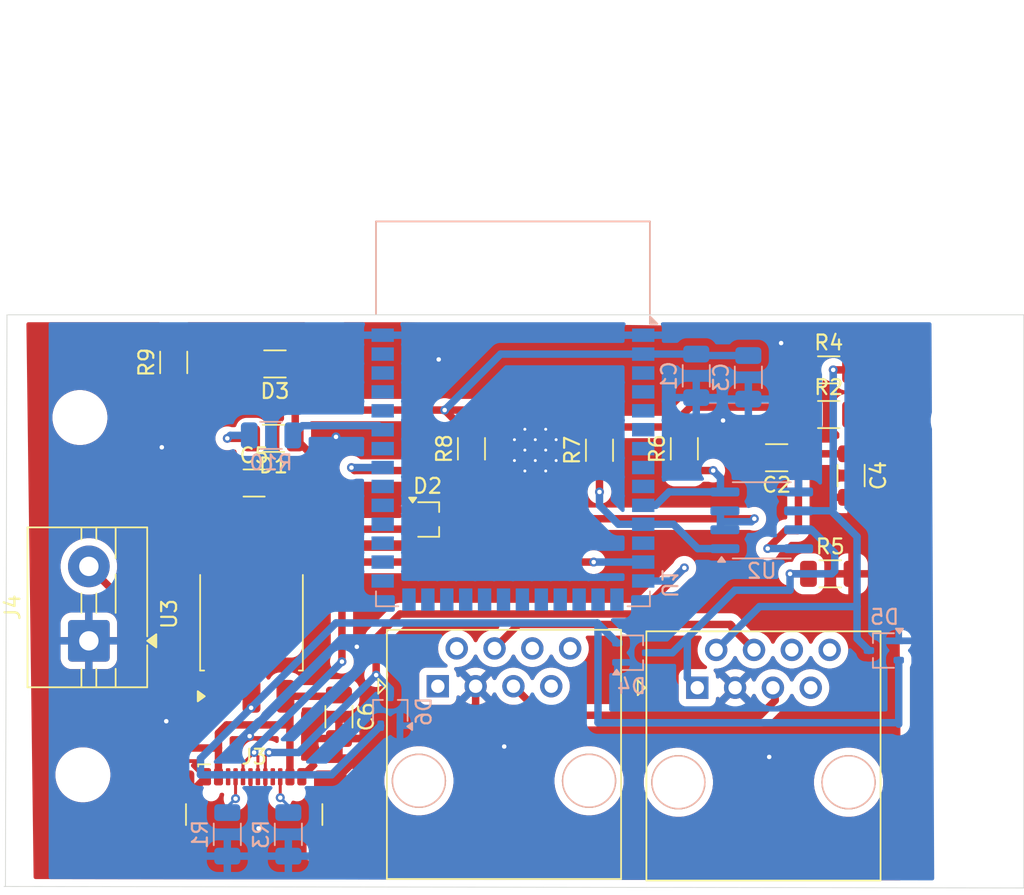
<source format=kicad_pcb>
(kicad_pcb (version 20241229) (generator "pcbnew") (generator_version "9.0")
  (layers (0 "F.Cu" signal) (2 "B.Cu" signal) (13 "F.Paste" user) (15 "B.Paste" user) (5 "F.SilkS" user "F.Silkscreen") (7 "B.SilkS" user "B.Silkscreen") (1 "F.Mask" user) (3 "B.Mask" user) (25 "Edge.Cuts" user))
  (net 0 "")
  (net 1 "+3.3V")
  (net 2 "GND")
  (net 3 "Net-(J3-CC1)")
  (net 4 "Net-(J3-CC2)")
  (net 5 "Net-(D3-A)")
  (net 6 "Net-(J1-Pad4)")
  (net 9 "BUS B")
  (net 10 "BUS A")
  (net 12 "Net-(J1-Pad5)")
  (net 18 "MCU TX")
  (net 19 "MCU RX")
  (net 20 "DIRECTION")
  (net 24 "USB D+")
  (net 30 "Net-(D1-A)")
  (net 34 "USB D-")
  (net 55 "Net-(U2-VCC)")
  (net 56 "5V")
  (net 57 "stateLed")
  (footprint "Connector_RJ:RJ45_OST_PJ012-8P8CX_Vertical" (layer "F.Cu") (at 148.87 90.75)
    (property "Reference" "J1" (hide yes))
    (property "Value" "RJ45 - IN")
    (pad "" np_thru_hole circle (at -1.27 6.35) (size 3.65 3.65) (drill 3.45) (layers "*.Cu" "*.SilkS" "*.Mask"))
    (pad "" np_thru_hole circle (at 10.16 6.35) (size 3.65 3.65) (drill 3.45) (layers "*.Cu" "*.SilkS" "*.Mask"))
    (pad "1" thru_hole rect (at 0 0) (size 1.5 1.5) (drill 0.9) (layers "*.Cu" "*.Mask") (net 9 "BUS B"))
    (pad "2" thru_hole circle (at 1.27 -2.54) (size 1.5 1.5) (drill 0.9) (layers "*.Cu" "*.Mask") (net 10 "BUS A"))
    (pad "3" thru_hole circle (at 2.54 0) (size 1.5 1.5) (drill 0.9) (layers "*.Cu" "*.Mask") (net 2 "GND"))
    (pad "4" thru_hole circle (at 3.81 -2.54) (size 1.5 1.5) (drill 0.9) (layers "*.Cu" "*.Mask") (net 6 "Net-(J1-Pad4)"))
    (pad "5" thru_hole circle (at 5.08 0) (size 1.5 1.5) (drill 0.9) (layers "*.Cu" "*.Mask") (net 12 "Net-(J1-Pad5)"))
    (pad "6" thru_hole circle (at 6.35 -2.54) (size 1.5 1.5) (drill 0.9) (layers "*.Cu" "*.Mask"))
    (pad "7" thru_hole circle (at 7.62 0) (size 1.5 1.5) (drill 0.9) (layers "*.Cu" "*.Mask"))
    (pad "8" thru_hole circle (at 8.89 -2.54) (size 1.5 1.5) (drill 0.9) (layers "*.Cu" "*.Mask"))
  )
  (footprint "Resistor_SMD:R_1206_3216Metric" (layer "F.Cu") (at 157.7 69.4)
    (property "Reference" "R4" (at 0 -1.83 0) (layer "F.SilkS"))
    (property "Value" "20K")
    (pad "1" smd roundrect (at -1.4625 0) (size 1.125 1.75) (layers "F.Cu" "F.Mask" "F.Paste") (roundrect_rratio 0.222222) (net 1 "+3.3V"))
    (pad "2" smd roundrect (at 1.4625 0) (size 1.125 1.75) (layers "F.Cu" "F.Mask" "F.Paste") (roundrect_rratio 0.222222) (net 10 "BUS A"))
  )
  (footprint "MountingHole:MountingHole_3.2mm_M3" (layer "F.Cu") (at 107.6 96.6)
    (property "Reference" "H3" (hide yes))
    (property "Value" "MountingHole" (hide yes))
    (pad "" np_thru_hole circle (at 0 0) (size 3.2 3.2) (drill 3.2) (layers "*.Cu" "*.Mask"))
  )
  (footprint "TerminalBlock:TerminalBlock_MaiXu_MX126-5.0-02P_1x02_P5.00mm" (layer "F.Cu") (at 108 87.6 90)
    (property "Reference" "J4" (at 2.25 -5.12 90) (layer "F.SilkS"))
    (property "Value" "Screw_Terminal_01x02" (hide yes))
    (pad "1" thru_hole roundrect (at 0 0 90) (size 2.8 2.8) (drill 1.3) (layers "*.Cu" "*.Mask") (roundrect_rratio 0.089286) (net 2 "GND"))
    (pad "2" thru_hole circle (at 5 0 90) (size 2.8 2.8) (drill 1.3) (layers "*.Cu" "*.Mask") (net 56 "5V"))
  )
  (footprint "Capacitor_SMD:C_1206_3216Metric_Pad1.33x1.80mm_HandSolder" (layer "F.Cu") (at 119.1 77)
    (property "Reference" "C5" (at 0 -1.85 0) (layer "F.SilkS"))
    (property "Value" "C_Polarized")
    (pad "1" smd roundrect (at -1.5625 0) (size 1.325 1.8) (layers "F.Cu" "F.Mask" "F.Paste") (roundrect_rratio 0.188679) (net 1 "+3.3V"))
    (pad "2" smd roundrect (at 1.5625 0) (size 1.325 1.8) (layers "F.Cu" "F.Mask" "F.Paste") (roundrect_rratio 0.188679) (net 2 "GND"))
  )
  (footprint "Package_TO_SOT_SMD:SOT-323_SC-70" (layer "F.Cu") (at 130.8 79.45)
    (property "Reference" "D2" (at -0.05 -2.25 0) (layer "F.SilkS"))
    (property "Value" "BAT54AW")
    (pad "1" smd roundrect (at -1 -0.65 270) (size 0.45 0.7) (layers "F.Cu" "F.Mask" "F.Paste") (net 2 "GND"))
    (pad "2" smd roundrect (at -1 0.65 270) (size 0.45 0.7) (layers "F.Cu" "F.Mask" "F.Paste") (net 1 "+3.3V"))
    (pad "3" smd roundrect (at 1 0 270) (size 0.45 0.7) (layers "F.Cu" "F.Mask" "F.Paste") (net 34 "USB D-"))
  )
  (footprint "Connector_USB:USB_C_Receptacle_GCT_USB4110" (layer "F.Cu") (at 119.105 100.41)
    (property "Reference" "J3" (at 0 -5.015 0) (layer "F.SilkS"))
    (property "Value" "USB_C_Receptacle_USB2.0_14P" (hide yes))
    (pad "" np_thru_hole circle (at -2.89 -2.605) (size 0.65 0.65) (drill 0.65) (layers "*.Cu" "*.Mask"))
    (pad "" np_thru_hole circle (at 2.89 -2.605) (size 0.65 0.65) (drill 0.65) (layers "*.Cu" "*.Mask"))
    (pad "A1" smd roundrect (at -3.2 -3.68) (size 0.6 1.15) (layers "F.Cu" "F.Mask" "F.Paste") (net 2 "GND"))
    (pad "A4" smd roundrect (at -2.4 -3.68) (size 0.6 1.15) (layers "F.Cu" "F.Mask" "F.Paste") (net 56 "5V"))
    (pad "A5" smd roundrect (at -1.25 -3.68) (size 0.3 1.15) (layers "F.Cu" "F.Mask" "F.Paste") (net 3 "Net-(J3-CC1)"))
    (pad "A6" smd roundrect (at -0.25 -3.68) (size 0.3 1.15) (layers "F.Cu" "F.Mask" "F.Paste") (net 24 "USB D+"))
    (pad "A7" smd roundrect (at 0.25 -3.68) (size 0.3 1.15) (layers "F.Cu" "F.Mask" "F.Paste") (net 34 "USB D-"))
    (pad "A8" smd roundrect (at 1.25 -3.68) (size 0.3 1.15) (layers "F.Cu" "F.Mask" "F.Paste"))
    (pad "A9" smd roundrect (at 2.4 -3.68) (size 0.6 1.15) (layers "F.Cu" "F.Mask" "F.Paste") (net 56 "5V"))
    (pad "A12" smd roundrect (at 3.2 -3.68) (size 0.6 1.15) (layers "F.Cu" "F.Mask" "F.Paste") (net 2 "GND"))
    (pad "B1" smd roundrect (at 3.2 -3.68) (size 0.6 1.15) (layers "F.Cu" "F.Mask" "F.Paste") (net 2 "GND"))
    (pad "B4" smd roundrect (at 2.4 -3.68) (size 0.6 1.15) (layers "F.Cu" "F.Mask" "F.Paste") (net 56 "5V"))
    (pad "B5" smd roundrect (at 1.75 -3.68) (size 0.3 1.15) (layers "F.Cu" "F.Mask" "F.Paste") (net 4 "Net-(J3-CC2)"))
    (pad "B6" smd roundrect (at 0.75 -3.68) (size 0.3 1.15) (layers "F.Cu" "F.Mask" "F.Paste") (net 24 "USB D+"))
    (pad "B7" smd roundrect (at -0.75 -3.68) (size 0.3 1.15) (layers "F.Cu" "F.Mask" "F.Paste") (net 34 "USB D-"))
    (pad "B8" smd roundrect (at -1.75 -3.68) (size 0.3 1.15) (layers "F.Cu" "F.Mask" "F.Paste"))
    (pad "B9" smd roundrect (at -2.4 -3.68) (size 0.6 1.15) (layers "F.Cu" "F.Mask" "F.Paste") (net 56 "5V"))
    (pad "B12" smd roundrect (at -3.2 -3.68) (size 0.6 1.15) (layers "F.Cu" "F.Mask" "F.Paste") (net 2 "GND"))
    (pad "S1" smd roundrect (at -5.11 -3.105) (size 2.18 2) (layers "F.Cu" "F.Mask" "F.Paste") (roundrect_rratio 0.125) (net 2 "GND"))
    (pad "S1" smd roundrect (at -5.11 0.825) (size 2.18 2) (layers "F.Cu" "F.Mask" "F.Paste") (roundrect_rratio 0.125) (net 2 "GND"))
    (pad "S1" smd roundrect (at 5.11 -3.105) (size 2.18 2) (layers "F.Cu" "F.Mask" "F.Paste") (roundrect_rratio 0.125) (net 2 "GND"))
    (pad "S1" smd roundrect (at 5.11 0.825) (size 2.18 2) (layers "F.Cu" "F.Mask" "F.Paste") (roundrect_rratio 0.125) (net 2 "GND"))
  )
  (footprint "Package_TO_SOT_SMD:TO-252-3_TabPin2" (layer "F.Cu") (at 118.925 86.285 90)
    (property "Reference" "U3" (at 0.485 -5.525 90) (layer "F.SilkS"))
    (property "Value" "LM1117DT-3.3" (hide yes))
    (pad "1" smd roundrect (at -5.04 -2.28 90) (size 2.2 1.2) (layers "F.Cu" "F.Mask" "F.Paste") (roundrect_rratio 0.208333) (net 2 "GND"))
    (pad "2" smd roundrect (at -5.04 0 90) (size 2.2 1.2) (layers "F.Cu" "F.Mask" "F.Paste") (roundrect_rratio 0.208333) (net 1 "+3.3V"))
    (pad "2" smd roundrect (at 1.26 0 90) (size 6.4 5.8) (layers "F.Cu" "F.Mask") (roundrect_rratio 0.043103) (net 1 "+3.3V"))
    (pad "3" smd roundrect (at -5.04 2.28 90) (size 2.2 1.2) (layers "F.Cu" "F.Mask" "F.Paste") (roundrect_rratio 0.208333) (net 56 "5V"))
  )
  (footprint "Resistor_SMD:R_1206_3216Metric" (layer "F.Cu") (at 159.2 76.5 -90)
    (property "Reference" "C4" (at 0 -1.83 90) (layer "F.SilkS"))
    (property "Value" "10uF")
    (pad "1" smd roundrect (at -1.4625 0 270) (size 1.125 1.75) (layers "F.Cu" "F.Mask" "F.Paste") (roundrect_rratio 0.222222) (net 55 "Net-(U2-VCC)"))
    (pad "2" smd roundrect (at 1.4625 0 270) (size 1.125 1.75) (layers "F.Cu" "F.Mask" "F.Paste") (roundrect_rratio 0.222222) (net 2 "GND"))
  )
  (footprint "Resistor_SMD:R_1206_3216Metric" (layer "F.Cu") (at 133.7 74.7 90)
    (property "Reference" "R8" (at 0 -1.83 90) (layer "F.SilkS"))
    (property "Value" "10K")
    (pad "1" smd roundrect (at -1.4625 0 90) (size 1.125 1.75) (layers "F.Cu" "F.Mask" "F.Paste") (roundrect_rratio 0.222222) (net 20 "DIRECTION"))
    (pad "2" smd roundrect (at 1.4625 0 90) (size 1.125 1.75) (layers "F.Cu" "F.Mask" "F.Paste") (roundrect_rratio 0.222222) (net 1 "+3.3V"))
  )
  (footprint "Resistor_SMD:R_1206_3216Metric" (layer "F.Cu") (at 154.2 75.3 180)
    (property "Reference" "C2" (at 0 -1.83 0) (layer "F.SilkS"))
    (property "Value" "100nF")
    (pad "1" smd roundrect (at -1.4625 0 180) (size 1.125 1.75) (layers "F.Cu" "F.Mask" "F.Paste") (roundrect_rratio 0.222222) (net 55 "Net-(U2-VCC)"))
    (pad "2" smd roundrect (at 1.4625 0 180) (size 1.125 1.75) (layers "F.Cu" "F.Mask" "F.Paste") (roundrect_rratio 0.222222) (net 2 "GND"))
  )
  (footprint "MountingHole:MountingHole_3.2mm_M3" (layer "F.Cu") (at 166.6 96.8)
    (property "Reference" "H4" (hide yes))
    (property "Value" "MountingHole" (hide yes))
    (pad "" np_thru_hole circle (at 0 0) (size 3.2 3.2) (drill 3.2) (layers "*.Cu" "*.Mask"))
  )
  (footprint "Resistor_SMD:R_1206_3216Metric" (layer "F.Cu") (at 148 74.7 90)
    (property "Reference" "R6" (at 0 -1.83 90) (layer "F.SilkS"))
    (property "Value" "10K")
    (pad "1" smd roundrect (at -1.4625 0 90) (size 1.125 1.75) (layers "F.Cu" "F.Mask" "F.Paste") (roundrect_rratio 0.222222) (net 18 "MCU TX"))
    (pad "2" smd roundrect (at 1.4625 0 90) (size 1.125 1.75) (layers "F.Cu" "F.Mask" "F.Paste") (roundrect_rratio 0.222222) (net 1 "+3.3V"))
  )
  (footprint "Resistor_SMD:R_1206_3216Metric" (layer "F.Cu") (at 120.5 69 180)
    (property "Reference" "D3" (at 0 -1.83 0) (layer "F.SilkS"))
    (property "Value" "LED")
    (pad "1" smd roundrect (at -1.4625 0 180) (size 1.125 1.75) (layers "F.Cu" "F.Mask" "F.Paste") (roundrect_rratio 0.222222) (net 1 "+3.3V"))
    (pad "2" smd roundrect (at 1.4625 0 180) (size 1.125 1.75) (layers "F.Cu" "F.Mask" "F.Paste") (roundrect_rratio 0.222222) (net 5 "Net-(D3-A)"))
  )
  (footprint "Connector_RJ:RJ45_OST_PJ012-8P8CX_Vertical" (layer "F.Cu") (at 131.44 90.65)
    (property "Reference" "J2" (hide yes))
    (property "Value" "RJ45 - OUT")
    (pad "" np_thru_hole circle (at -1.27 6.35) (size 3.65 3.65) (drill 3.45) (layers "*.Cu" "*.SilkS" "*.Mask"))
    (pad "" np_thru_hole circle (at 10.16 6.35) (size 3.65 3.65) (drill 3.45) (layers "*.Cu" "*.SilkS" "*.Mask"))
    (pad "1" thru_hole rect (at 0 0) (size 1.5 1.5) (drill 0.9) (layers "*.Cu" "*.Mask"))
    (pad "2" thru_hole circle (at 1.27 -2.54) (size 1.5 1.5) (drill 0.9) (layers "*.Cu" "*.Mask"))
    (pad "3" thru_hole circle (at 2.54 0) (size 1.5 1.5) (drill 0.9) (layers "*.Cu" "*.Mask") (net 2 "GND"))
    (pad "4" thru_hole circle (at 3.81 -2.54) (size 1.5 1.5) (drill 0.9) (layers "*.Cu" "*.Mask") (net 6 "Net-(J1-Pad4)"))
    (pad "5" thru_hole circle (at 5.08 0) (size 1.5 1.5) (drill 0.9) (layers "*.Cu" "*.Mask") (net 12 "Net-(J1-Pad5)"))
    (pad "6" thru_hole circle (at 6.35 -2.54) (size 1.5 1.5) (drill 0.9) (layers "*.Cu" "*.Mask"))
    (pad "7" thru_hole circle (at 7.62 0) (size 1.5 1.5) (drill 0.9) (layers "*.Cu" "*.Mask"))
    (pad "8" thru_hole circle (at 8.89 -2.54) (size 1.5 1.5) (drill 0.9) (layers "*.Cu" "*.Mask"))
  )
  (footprint "MountingHole:MountingHole_3.2mm_M3" (layer "F.Cu") (at 166.4 72.8)
    (property "Reference" "H2" (hide yes))
    (property "Value" "MountingHole" (hide yes))
    (pad "" np_thru_hole circle (at 0 0) (size 3.2 3.2) (drill 3.2) (layers "*.Cu" "*.Mask"))
  )
  (footprint "Resistor_SMD:R_1206_3216Metric" (layer "F.Cu") (at 157.8 83.1)
    (property "Reference" "R5" (at 0 -1.83 0) (layer "F.SilkS"))
    (property "Value" "20K")
    (pad "1" smd roundrect (at -1.4625 0) (size 1.125 1.75) (layers "F.Cu" "F.Mask" "F.Paste") (roundrect_rratio 0.222222) (net 9 "BUS B"))
    (pad "2" smd roundrect (at 1.4625 0) (size 1.125 1.75) (layers "F.Cu" "F.Mask" "F.Paste") (roundrect_rratio 0.222222) (net 2 "GND"))
  )
  (footprint "Resistor_SMD:R_1206_3216Metric" (layer "F.Cu") (at 120.4 74 180)
    (property "Reference" "D1" (at 0 -1.83 0) (layer "F.SilkS"))
    (property "Value" "LED")
    (pad "1" smd roundrect (at -1.4625 0 180) (size 1.125 1.75) (layers "F.Cu" "F.Mask" "F.Paste") (roundrect_rratio 0.222222) (net 1 "+3.3V"))
    (pad "2" smd roundrect (at 1.4625 0 180) (size 1.125 1.75) (layers "F.Cu" "F.Mask" "F.Paste") (roundrect_rratio 0.222222) (net 30 "Net-(D1-A)"))
  )
  (footprint "Resistor_SMD:R_1206_3216Metric" (layer "F.Cu") (at 142.3 74.8 90)
    (property "Reference" "R7" (at 0 -1.83 90) (layer "F.SilkS"))
    (property "Value" "10K")
    (pad "1" smd roundrect (at -1.4625 0 90) (size 1.125 1.75) (layers "F.Cu" "F.Mask" "F.Paste") (roundrect_rratio 0.222222) (net 19 "MCU RX"))
    (pad "2" smd roundrect (at 1.4625 0 90) (size 1.125 1.75) (layers "F.Cu" "F.Mask" "F.Paste") (roundrect_rratio 0.222222) (net 1 "+3.3V"))
  )
  (footprint "Resistor_SMD:R_1206_3216Metric" (layer "F.Cu") (at 124.8 92.7 -90)
    (property "Reference" "C6" (at 0 -1.83 90) (layer "F.SilkS"))
    (property "Value" "100nF")
    (pad "1" smd roundrect (at -1.4625 0 270) (size 1.125 1.75) (layers "F.Cu" "F.Mask" "F.Paste") (roundrect_rratio 0.222222) (net 56 "5V"))
    (pad "2" smd roundrect (at 1.4625 0 270) (size 1.125 1.75) (layers "F.Cu" "F.Mask" "F.Paste") (roundrect_rratio 0.222222) (net 2 "GND"))
  )
  (footprint "MountingHole:MountingHole_3.2mm_M3" (layer "F.Cu") (at 107.4 72.6)
    (property "Reference" "H1" (hide yes))
    (property "Value" "MountingHole" (hide yes))
    (pad "" np_thru_hole circle (at 0 0) (size 3.2 3.2) (drill 3.2) (layers "*.Cu" "*.Mask"))
  )
  (footprint "Resistor_SMD:R_1206_3216Metric" (layer "F.Cu") (at 113.7 68.9 90)
    (property "Reference" "R9" (at 0 -1.83 90) (layer "F.SilkS"))
    (property "Value" "680E")
    (pad "1" smd roundrect (at -1.4625 0 90) (size 1.125 1.75) (layers "F.Cu" "F.Mask" "F.Paste") (roundrect_rratio 0.222222) (net 5 "Net-(D3-A)"))
    (pad "2" smd roundrect (at 1.4625 0 90) (size 1.125 1.75) (layers "F.Cu" "F.Mask" "F.Paste") (roundrect_rratio 0.222222) (net 2 "GND"))
  )
  (footprint "Resistor_SMD:R_1206_3216Metric" (layer "F.Cu") (at 157.7 72.4)
    (property "Reference" "R2" (at 0 -1.83 0) (layer "F.SilkS"))
    (property "Value" "0E")
    (pad "1" smd roundrect (at -1.4625 0) (size 1.125 1.75) (layers "F.Cu" "F.Mask" "F.Paste") (roundrect_rratio 0.222222) (net 1 "+3.3V"))
    (pad "2" smd roundrect (at 1.4625 0) (size 1.125 1.75) (layers "F.Cu" "F.Mask" "F.Paste") (roundrect_rratio 0.222222) (net 55 "Net-(U2-VCC)"))
  )
  (footprint "RF_Module:ESP32-S3-WROOM-1" (layer "B.Cu") (at 136.4875 72.33 180)
    (property "Reference" "U1" (at -10.5 -11.4 270) (layer "B.SilkS") (effects (justify mirror)))
    (property "Value" "ESP32-S3-WROOM-1")
    (pad "1" smd rect (at -8.75 5.26 180) (size 1.5 0.9) (layers "B.Cu" "B.Mask" "B.Paste") (net 2 "GND"))
    (pad "2" smd rect (at -8.75 3.99 180) (size 1.5 0.9) (layers "B.Cu" "B.Mask" "B.Paste") (net 1 "+3.3V"))
    (pad "3" smd rect (at -8.75 2.72 180) (size 1.5 0.9) (layers "B.Cu" "B.Mask" "B.Paste"))
    (pad "4" smd rect (at -8.75 1.45 180) (size 1.5 0.9) (layers "B.Cu" "B.Mask" "B.Paste"))
    (pad "5" smd rect (at -8.75 0.18 180) (size 1.5 0.9) (layers "B.Cu" "B.Mask" "B.Paste"))
    (pad "6" smd rect (at -8.75 -1.09 180) (size 1.5 0.9) (layers "B.Cu" "B.Mask" "B.Paste"))
    (pad "7" smd rect (at -8.75 -2.36 180) (size 1.5 0.9) (layers "B.Cu" "B.Mask" "B.Paste"))
    (pad "8" smd rect (at -8.75 -3.63 180) (size 1.5 0.9) (layers "B.Cu" "B.Mask" "B.Paste"))
    (pad "9" smd rect (at -8.75 -4.9 180) (size 1.5 0.9) (layers "B.Cu" "B.Mask" "B.Paste"))
    (pad "10" smd rect (at -8.75 -6.17 180) (size 1.5 0.9) (layers "B.Cu" "B.Mask" "B.Paste") (net 18 "MCU TX"))
    (pad "11" smd rect (at -8.75 -7.44 180) (size 1.5 0.9) (layers "B.Cu" "B.Mask" "B.Paste") (net 19 "MCU RX"))
    (pad "12" smd rect (at -8.75 -8.71 180) (size 1.5 0.9) (layers "B.Cu" "B.Mask" "B.Paste"))
    (pad "13" smd rect (at -8.75 -9.98 180) (size 1.5 0.9) (layers "B.Cu" "B.Mask" "B.Paste") (net 34 "USB D-"))
    (pad "14" smd rect (at -8.75 -11.25) (size 1.5 0.9) (layers "B.Cu" "B.Mask" "B.Paste") (net 24 "USB D+"))
    (pad "15" smd rect (at -6.985 -12.5 270) (size 1.5 0.9) (layers "B.Cu" "B.Mask" "B.Paste"))
    (pad "16" smd rect (at -5.715 -12.5 270) (size 1.5 0.9) (layers "B.Cu" "B.Mask" "B.Paste"))
    (pad "17" smd rect (at -4.445 -12.5 270) (size 1.5 0.9) (layers "B.Cu" "B.Mask" "B.Paste"))
    (pad "18" smd rect (at -3.175 -12.5 270) (size 1.5 0.9) (layers "B.Cu" "B.Mask" "B.Paste"))
    (pad "19" smd rect (at -1.905 -12.5 270) (size 1.5 0.9) (layers "B.Cu" "B.Mask" "B.Paste"))
    (pad "20" smd rect (at -0.635 -12.5 270) (size 1.5 0.9) (layers "B.Cu" "B.Mask" "B.Paste"))
    (pad "21" smd rect (at 0.635 -12.5 270) (size 1.5 0.9) (layers "B.Cu" "B.Mask" "B.Paste"))
    (pad "22" smd rect (at 1.905 -12.5 270) (size 1.5 0.9) (layers "B.Cu" "B.Mask" "B.Paste"))
    (pad "23" smd rect (at 3.175 -12.5 270) (size 1.5 0.9) (layers "B.Cu" "B.Mask" "B.Paste"))
    (pad "24" smd rect (at 4.445 -12.5 270) (size 1.5 0.9) (layers "B.Cu" "B.Mask" "B.Paste"))
    (pad "25" smd rect (at 5.715 -12.5 270) (size 1.5 0.9) (layers "B.Cu" "B.Mask" "B.Paste"))
    (pad "26" smd rect (at 6.985 -12.5 270) (size 1.5 0.9) (layers "B.Cu" "B.Mask" "B.Paste"))
    (pad "27" smd rect (at 8.75 -11.25 180) (size 1.5 0.9) (layers "B.Cu" "B.Mask" "B.Paste"))
    (pad "28" smd rect (at 8.75 -9.98 180) (size 1.5 0.9) (layers "B.Cu" "B.Mask" "B.Paste"))
    (pad "29" smd rect (at 8.75 -8.71 180) (size 1.5 0.9) (layers "B.Cu" "B.Mask" "B.Paste"))
    (pad "30" smd rect (at 8.75 -7.44 180) (size 1.5 0.9) (layers "B.Cu" "B.Mask" "B.Paste"))
    (pad "31" smd rect (at 8.75 -6.17 180) (size 1.5 0.9) (layers "B.Cu" "B.Mask" "B.Paste"))
    (pad "32" smd rect (at 8.75 -4.9 180) (size 1.5 0.9) (layers "B.Cu" "B.Mask" "B.Paste"))
    (pad "33" smd rect (at 8.75 -3.63 180) (size 1.5 0.9) (layers "B.Cu" "B.Mask" "B.Paste") (net 20 "DIRECTION"))
    (pad "34" smd rect (at 8.75 -2.36 180) (size 1.5 0.9) (layers "B.Cu" "B.Mask" "B.Paste"))
    (pad "35" smd rect (at 8.75 -1.09 180) (size 1.5 0.9) (layers "B.Cu" "B.Mask" "B.Paste") (net 57 "stateLed"))
    (pad "36" smd rect (at 8.75 0.18 180) (size 1.5 0.9) (layers "B.Cu" "B.Mask" "B.Paste"))
    (pad "37" smd rect (at 8.75 1.45 180) (size 1.5 0.9) (layers "B.Cu" "B.Mask" "B.Paste"))
    (pad "38" smd rect (at 8.75 2.72 180) (size 1.5 0.9) (layers "B.Cu" "B.Mask" "B.Paste"))
    (pad "39" smd rect (at 8.75 3.99 180) (size 1.5 0.9) (layers "B.Cu" "B.Mask" "B.Paste"))
    (pad "40" smd rect (at 8.75 5.26 180) (size 1.5 0.9) (layers "B.Cu" "B.Mask" "B.Paste") (net 2 "GND"))
    (pad "41" thru_hole circle (at -2.9 -3.16 180) (size 0.6 0.6) (drill 0.2) (property pad_prop_heatsink) (layers "*.Cu" "B.Mask") (net 2 "GND"))
    (pad "41" thru_hole circle (at -2.9 -1.76 90) (size 0.6 0.6) (drill 0.2) (property pad_prop_heatsink) (layers "*.Cu" "B.Mask") (net 2 "GND"))
    (pad "41" thru_hole circle (at -2.2 -3.86 180) (size 0.6 0.6) (drill 0.2) (property pad_prop_heatsink) (layers "*.Cu" "B.Mask") (net 2 "GND"))
    (pad "41" thru_hole circle (at -2.2 -2.46 180) (size 0.6 0.6) (drill 0.2) (property pad_prop_heatsink) (layers "*.Cu" "B.Mask") (net 2 "GND"))
    (pad "41" thru_hole circle (at -2.2 -1.06 180) (size 0.6 0.6) (drill 0.2) (property pad_prop_heatsink) (layers "*.Cu" "B.Mask") (net 2 "GND"))
    (pad "41" thru_hole circle (at -1.5 -3.16 180) (size 0.6 0.6) (drill 0.2) (property pad_prop_heatsink) (layers "*.Cu" "B.Mask") (net 2 "GND"))
    (pad "41" smd rect (at -1.5 -2.46 270) (size 3.9 3.9) (property pad_prop_heatsink) (layers "B.Cu" "B.Mask") (net 2 "GND"))
    (pad "41" thru_hole circle (at -1.5 -1.76 180) (size 0.6 0.6) (drill 0.2) (property pad_prop_heatsink) (layers "*.Cu" "B.Mask") (net 2 "GND"))
    (pad "41" thru_hole circle (at -0.8 -3.86 180) (size 0.6 0.6) (drill 0.2) (property pad_prop_heatsink) (layers "*.Cu" "B.Mask") (net 2 "GND"))
    (pad "41" thru_hole circle (at -0.8 -2.46 180) (size 0.6 0.6) (drill 0.2) (property pad_prop_heatsink) (layers "*.Cu" "B.Mask") (net 2 "GND"))
    (pad "41" thru_hole circle (at -0.8 -1.06 180) (size 0.6 0.6) (drill 0.2) (property pad_prop_heatsink) (layers "*.Cu" "B.Mask") (net 2 "GND"))
    (pad "41" thru_hole circle (at -0.1 -3.16 180) (size 0.6 0.6) (drill 0.2) (property pad_prop_heatsink) (layers "*.Cu" "B.Mask") (net 2 "GND"))
    (pad "41" thru_hole circle (at -0.1 -1.76 180) (size 0.6 0.6) (drill 0.2) (property pad_prop_heatsink) (layers "*.Cu" "B.Mask") (net 2 "GND"))
    (zone (net 0) (net_name "") (layers "F.Cu" "B.Cu") (connect_pads (clearance 0)) (min_thickness 0.254)
      (keepout (tracks not_allowed) (vias not_allowed) (pads not_allowed) (copperpour not_allowed) (footprints not_allowed))
      (fill (thermal_gap 0.508) (thermal_bridge_width 0.508))
      (polygon (pts (xy 160.4875 65.58) (xy 112.4875 65.58) (xy 112.4875 44.58) (xy 160.4875 44.58)))
    )
  )
  (footprint "Resistor_SMD:R_1206_3216Metric" (layer "B.Cu") (at 121.4 100.6 -90)
    (property "Reference" "R3" (at 0 1.83 90) (layer "B.SilkS") (effects (justify mirror)))
    (property "Value" "5.1K")
    (pad "1" smd roundrect (at -1.4625 0 270) (size 1.125 1.75) (layers "B.Cu" "B.Mask" "B.Paste") (roundrect_rratio 0.222222) (net 4 "Net-(J3-CC2)"))
    (pad "2" smd roundrect (at 1.4625 0 270) (size 1.125 1.75) (layers "B.Cu" "B.Mask" "B.Paste") (roundrect_rratio 0.222222) (net 2 "GND"))
  )
  (footprint "Resistor_SMD:R_1206_3216Metric" (layer "B.Cu") (at 148.8 69.8 -90)
    (property "Reference" "C1" (at 0 1.83 90) (layer "B.SilkS") (effects (justify mirror)))
    (property "Value" "100nF")
    (pad "1" smd roundrect (at -1.4625 0 270) (size 1.125 1.75) (layers "B.Cu" "B.Mask" "B.Paste") (roundrect_rratio 0.222222) (net 1 "+3.3V"))
    (pad "2" smd roundrect (at 1.4625 0 270) (size 1.125 1.75) (layers "B.Cu" "B.Mask" "B.Paste") (roundrect_rratio 0.222222) (net 2 "GND"))
  )
  (footprint "Resistor_SMD:R_1206_3216Metric" (layer "B.Cu") (at 117.3 100.6 -90)
    (property "Reference" "R1" (at 0 1.83 90) (layer "B.SilkS") (effects (justify mirror)))
    (property "Value" "5.1K")
    (pad "1" smd roundrect (at -1.4625 0 270) (size 1.125 1.75) (layers "B.Cu" "B.Mask" "B.Paste") (roundrect_rratio 0.222222) (net 3 "Net-(J3-CC1)"))
    (pad "2" smd roundrect (at 1.4625 0 270) (size 1.125 1.75) (layers "B.Cu" "B.Mask" "B.Paste") (roundrect_rratio 0.222222) (net 2 "GND"))
  )
  (footprint "Package_TO_SOT_SMD:SOT-323_SC-70" (layer "B.Cu") (at 144.5 88.4)
    (property "Reference" "D4" (at -0.05 2.25 180) (layer "B.SilkS") (effects (justify mirror)))
    (property "Value" "BAT54AW")
    (pad "1" smd roundrect (at -1 0.65 90) (size 0.45 0.7) (layers "B.Cu" "B.Mask" "B.Paste") (net 2 "GND"))
    (pad "2" smd roundrect (at -1 -0.65 90) (size 0.45 0.7) (layers "B.Cu" "B.Mask" "B.Paste") (net 1 "+3.3V"))
    (pad "3" smd roundrect (at 1 0 90) (size 0.45 0.7) (layers "B.Cu" "B.Mask" "B.Paste") (net 9 "BUS B"))
  )
  (footprint "Package_TO_SOT_SMD:SOT-323_SC-70" (layer "B.Cu") (at 128.25 92.3 90)
    (property "Reference" "D6" (at -0.05 2.25 90) (layer "B.SilkS") (effects (justify mirror)))
    (property "Value" "BAT54AW")
    (pad "1" smd roundrect (at -1 0.65 180) (size 0.45 0.7) (layers "B.Cu" "B.Mask" "B.Paste") (net 2 "GND"))
    (pad "2" smd roundrect (at -1 -0.65 180) (size 0.45 0.7) (layers "B.Cu" "B.Mask" "B.Paste") (net 1 "+3.3V"))
    (pad "3" smd roundrect (at 1 0 180) (size 0.45 0.7) (layers "B.Cu" "B.Mask" "B.Paste") (net 24 "USB D+"))
  )
  (footprint "Package_SO:SOIC-8_3.9x4.9mm_P1.27mm" (layer "B.Cu") (at 153.2 79.505)
    (property "Reference" "U2" (at 0 3.4 180) (layer "B.SilkS") (effects (justify mirror)))
    (property "Value" "MAX485E")
    (pad "1" smd roundrect (at -2.475 1.905) (size 1.95 0.6) (layers "B.Cu" "B.Mask" "B.Paste") (net 19 "MCU RX"))
    (pad "2" smd roundrect (at -2.475 0.635) (size 1.95 0.6) (layers "B.Cu" "B.Mask" "B.Paste") (net 20 "DIRECTION"))
    (pad "3" smd roundrect (at -2.475 -0.635) (size 1.95 0.6) (layers "B.Cu" "B.Mask" "B.Paste") (net 20 "DIRECTION"))
    (pad "4" smd roundrect (at -2.475 -1.905) (size 1.95 0.6) (layers "B.Cu" "B.Mask" "B.Paste") (net 18 "MCU TX"))
    (pad "5" smd roundrect (at 2.475 -1.905) (size 1.95 0.6) (layers "B.Cu" "B.Mask" "B.Paste") (net 2 "GND"))
    (pad "6" smd roundrect (at 2.475 -0.635) (size 1.95 0.6) (layers "B.Cu" "B.Mask" "B.Paste") (net 10 "BUS A"))
    (pad "7" smd roundrect (at 2.475 0.635) (size 1.95 0.6) (layers "B.Cu" "B.Mask" "B.Paste") (net 9 "BUS B"))
    (pad "8" smd roundrect (at 2.475 1.905) (size 1.95 0.6) (layers "B.Cu" "B.Mask" "B.Paste") (net 55 "Net-(U2-VCC)"))
  )
  (footprint "Package_TO_SOT_SMD:SOT-323_SC-70" (layer "B.Cu") (at 161.4 88.25 180)
    (property "Reference" "D5" (at -0.05 2.25 0) (layer "B.SilkS") (effects (justify mirror)))
    (property "Value" "BAT54AW")
    (pad "1" smd roundrect (at -1 0.65 270) (size 0.45 0.7) (layers "B.Cu" "B.Mask" "B.Paste") (net 2 "GND"))
    (pad "2" smd roundrect (at -1 -0.65 270) (size 0.45 0.7) (layers "B.Cu" "B.Mask" "B.Paste") (net 1 "+3.3V"))
    (pad "3" smd roundrect (at 1 0 270) (size 0.45 0.7) (layers "B.Cu" "B.Mask" "B.Paste") (net 10 "BUS A"))
  )
  (footprint "Resistor_SMD:R_1206_3216Metric" (layer "B.Cu") (at 152.3 69.9 -90)
    (property "Reference" "C3" (at 0 1.83 90) (layer "B.SilkS") (effects (justify mirror)))
    (property "Value" "10uF")
    (pad "1" smd roundrect (at -1.4625 0 270) (size 1.125 1.75) (layers "B.Cu" "B.Mask" "B.Paste") (roundrect_rratio 0.222222) (net 1 "+3.3V"))
    (pad "2" smd roundrect (at 1.4625 0 270) (size 1.125 1.75) (layers "B.Cu" "B.Mask" "B.Paste") (roundrect_rratio 0.222222) (net 2 "GND"))
  )
  (footprint "Resistor_SMD:R_1206_3216Metric" (layer "B.Cu") (at 120.2375 73.8)
    (property "Reference" "R10" (at 0 1.83 0) (layer "B.SilkS") (effects (justify mirror)))
    (property "Value" "680E")
    (pad "1" smd roundrect (at -1.4625 0) (size 1.125 1.75) (layers "B.Cu" "B.Mask" "B.Paste") (roundrect_rratio 0.222222) (net 30 "Net-(D1-A)"))
    (pad "2" smd roundrect (at 1.4625 0) (size 1.125 1.75) (layers "B.Cu" "B.Mask" "B.Paste") (roundrect_rratio 0.222222) (net 57 "stateLed"))
  )
  (gr_line (start 102.5 65.7) (end 170.8 65.7) (stroke (width 0.05)) (layer "Edge.Cuts"))
  (gr_line (start 170.8 104.2) (end 102.3 104.1) (stroke (width 0.05)) (layer "Edge.Cuts"))
  (gr_line (start 102.397872 104.1) (end 102.5 65.7) (stroke (width 0.05)) (layer "Edge.Cuts"))
  (gr_line (start 170.8 65.7) (end 170.8 104.2) (stroke (width 0.05)) (layer "Edge.Cuts"))
  (gr_text "+" (at 122.7 68.2 0) (layer "F.Cu") (effects (font (size 1.5 1.5) (thickness 0.3) (bold yes)) (justify left bottom)))
  (gr_text "+" (at 105.9 80 0) (layer "F.Cu") (effects (font (size 3 3) (thickness 0.3) (bold yes)) (justify left bottom)))
  (segment (start 121.8625 74) (end 123 75.1375) (width 0.5) (layer "F.Cu") (net 1))
  (segment (start 121.9625 72.0375) (end 121.9 72.1) (width 0.5) (layer "F.Cu") (net 1))
  (segment (start 116.2375 82.3375) (end 118.925 85.025) (width 0.5) (layer "F.Cu") (net 1))
  (segment (start 123 80.95) (end 118.925 85.025) (width 0.5) (layer "F.Cu") (net 1))
  (segment (start 148 72.3) (end 148.4 71.9) (width 0.5) (layer "F.Cu") (net 1))
  (segment (start 148 73.2375) (end 142.4 73.2375) (width 0.5) (layer "F.Cu") (net 1))
  (segment (start 142.3 73.3375) (end 141.0625 72.1) (width 0.5) (layer "F.Cu") (net 1))
  (segment (start 121.9 72.1) (end 131.9 72.1) (width 0.5) (layer "F.Cu") (net 1))
  (segment (start 118.925 91.325) (end 118.925 85.025) (width 0.5) (layer "F.Cu") (net 1))
  (segment (start 133.0375 73.2375) (end 131.9 72.1) (width 0.5) (layer "F.Cu") (net 1))
  (segment (start 133.7 73.2375) (end 133.0375 73.2375) (width 0.5) (layer "F.Cu") (net 1))
  (segment (start 155.7375 71.9) (end 156.2375 72.4) (width 0.5) (layer "F.Cu") (net 1))
  (segment (start 142.4 73.2375) (end 142.3 73.3375) (width 0.5) (layer "F.Cu") (net 1))
  (segment (start 121.8625 74) (end 121.8625 72.1375) (width 0.5) (layer "F.Cu") (net 1))
  (segment (start 121.8625 72.1375) (end 121.9 72.1) (width 0.5) (layer "F.Cu") (net 1))
  (segment (start 117.5375 77) (end 116.2375 77) (width 0.5) (layer "F.Cu") (net 1))
  (segment (start 129.8 80.1) (end 123.1 80.1) (width 0.5) (layer "F.Cu") (net 1))
  (segment (start 156.2375 69.4) (end 156.2375 72.4) (width 0.5) (layer "F.Cu") (net 1))
  (segment (start 118.925 92.075) (end 118.9 92.1) (width 0.5) (layer "F.Cu") (net 1))
  (segment (start 123 80.2) (end 123 80.95) (width 0.5) (layer "F.Cu") (net 1))
  (segment (start 121.9625 69) (end 121.9625 72.0375) (width 0.5) (layer "F.Cu") (net 1))
  (segment (start 118.925 91.325) (end 118.925 92.075) (width 0.5) (layer "F.Cu") (net 1))
  (segment (start 141.0625 72.1) (end 131.9 72.1) (width 0.5) (layer "F.Cu") (net 1))
  (segment (start 148.4 71.9) (end 155.7375 71.9) (width 0.5) (layer "F.Cu") (net 1))
  (segment (start 148 73.2375) (end 148 72.3) (width 0.5) (layer "F.Cu") (net 1))
  (segment (start 123.1 80.1) (end 123 80.2) (width 0.5) (layer "F.Cu") (net 1))
  (segment (start 123 75.1375) (end 123 80.2) (width 0.5) (layer "F.Cu") (net 1))
  (segment (start 116.2375 77) (end 116.2375 82.3375) (width 0.5) (layer "F.Cu") (net 1))
  (via (at 118.9 92.1) (size 0.6) (drill 0.3) (layers "F.Cu" "B.Cu") (net 1))
  (via (at 131.9 72.1) (size 0.6) (drill 0.3) (layers "F.Cu" "B.Cu") (net 1))
  (segment (start 142.15 86.4) (end 124.6 86.4) (width 0.5) (layer "B.Cu") (net 1))
  (segment (start 124.3 96.6) (end 115.5 96.6) (width 0.5) (layer "B.Cu") (net 1))
  (segment (start 152.3 68.4375) (end 148.9 68.4375) (width 0.5) (layer "B.Cu") (net 1))
  (segment (start 162.4 88.9) (end 162.4 93.2) (width 0.5) (layer "B.Cu") (net 1))
  (segment (start 145.24 68.3375) (end 145.2375 68.34) (width 0.5) (layer "B.Cu") (net 1))
  (segment (start 143.5 87.75) (end 142.15 86.4) (width 0.5) (layer "B.Cu") (net 1))
  (segment (start 127.6 93.3) (end 124.3 96.6) (width 0.5) (layer "B.Cu") (net 1))
  (segment (start 142.2 86.45) (end 142.15 86.4) (width 0.5) (layer "B.Cu") (net 1))
  (segment (start 162.1 93.1) (end 142.2 93.1) (width 0.5) (layer "B.Cu") (net 1))
  (segment (start 148.9 68.4375) (end 148.8 68.3375) (width 0.5) (layer "B.Cu") (net 1))
  (segment (start 135.66 68.34) (end 131.9 72.1) (width 0.5) (layer "B.Cu") (net 1))
  (segment (start 115.5 96.6) (end 115.5 95.5) (width 0.5) (layer "B.Cu") (net 1))
  (segment (start 148.8 68.3375) (end 145.24 68.3375) (width 0.5) (layer "B.Cu") (net 1))
  (segment (start 115.5 95.5) (end 118.9 92.1) (width 0.5) (layer "B.Cu") (net 1))
  (segment (start 142.2 93.1) (end 142.2 86.45) (width 0.5) (layer "B.Cu") (net 1))
  (segment (start 124.6 86.4) (end 118.9 92.1) (width 0.5) (layer "B.Cu") (net 1))
  (segment (start 145.2375 68.34) (end 135.66 68.34) (width 0.5) (layer "B.Cu") (net 1))
  (segment (start 132.3 93.6) (end 127.9 93.6) (width 0.5) (layer "F.Cu") (net 2))
  (segment (start 127.9 93.6) (end 127.3375 94.1625) (width 0.5) (layer "F.Cu") (net 2))
  (segment (start 133.98 91.92) (end 132.3 93.6) (width 0.5) (layer "F.Cu") (net 2))
  (segment (start 127.3375 94.1625) (end 124.8 94.1625) (width 0.5) (layer "F.Cu") (net 2))
  (segment (start 116.645 91.325) (end 116.266 91.704) (width 0.5) (layer "F.Cu") (net 2))
  (segment (start 133.98 90.65) (end 133.98 91.92) (width 0.5) (layer "F.Cu") (net 2))
  (via (at 124.6 73.9) (size 0.6) (drill 0.3) (layers "F.Cu" "B.Cu") (net 2))
  (via (at 153.7 95.4) (size 0.6) (drill 0.3) (layers "F.Cu" "B.Cu") (net 2))
  (via (at 112.9 74.6) (size 0.6) (drill 0.3) (layers "F.Cu" "B.Cu") (net 2))
  (via (at 135.9 94.7) (size 0.6) (drill 0.3) (layers "F.Cu" "B.Cu") (net 2))
  (via (at 131.5 68.7) (size 0.6) (drill 0.3) (layers "F.Cu" "B.Cu") (net 2))
  (via (at 118.8 94) (size 0.6) (drill 0.3) (layers "F.Cu" "B.Cu") (net 2))
  (via (at 150.6 72.8) (size 0.6) (drill 0.3) (layers "F.Cu" "B.Cu") (net 2))
  (via (at 119.4 100.2) (size 0.6) (drill 0.3) (layers "F.Cu" "B.Cu") (net 2))
  (via (at 113.2 93) (size 0.6) (drill 0.3) (layers "F.Cu" "B.Cu") (net 2))
  (via (at 126 88) (size 0.6) (drill 0.3) (layers "F.Cu" "B.Cu") (net 2))
  (via (at 154.5 67.6) (size 0.6) (drill 0.3) (layers "F.Cu" "B.Cu") (net 2))
  (segment (start 152.3 71.3625) (end 148.9 71.3625) (width 0.5) (layer "B.Cu") (net 2))
  (segment (start 148.9 71.3625) (end 148.8 71.2625) (width 0.5) (layer "B.Cu") (net 2))
  (segment (start 117.855 96.73) (end 117.855 98.2) (width 0.2) (layer "F.Cu") (net 3))
  (via (at 117.855 98.2) (size 0.6) (drill 0.3) (layers "F.Cu" "B.Cu") (net 3))
  (segment (start 117.855 98.2) (end 117.3 98.755) (width 0.2) (layer "B.Cu") (net 3))
  (segment (start 120.855 98.134692) (end 120.85697 98.136662) (width 0.2) (layer "F.Cu") (net 4))
  (segment (start 120.855 96.73) (end 120.855 98.134692) (width 0.2) (layer "F.Cu") (net 4))
  (via (at 120.85697 98.136662) (size 0.6) (drill 0.3) (layers "F.Cu" "B.Cu") (net 4))
  (segment (start 120.85697 98.136662) (end 121.4 98.679692) (width 0.2) (layer "B.Cu") (net 4))
  (segment (start 117.675 70.3625) (end 119.0375 69) (width 0.5) (layer "F.Cu") (net 5))
  (segment (start 113.7 70.3625) (end 117.675 70.3625) (width 0.5) (layer "F.Cu") (net 5))
  (segment (start 151.1 86.5) (end 136.86 86.5) (width 0.5) (layer "F.Cu") (net 6))
  (segment (start 152.68 88.21) (end 151.2 86.73) (width 0.5) (layer "F.Cu") (net 6))
  (segment (start 136.86 86.5) (end 135.25 88.11) (width 0.5) (layer "F.Cu") (net 6))
  (segment (start 151.2 86.6) (end 151.1 86.5) (width 0.5) (layer "F.Cu") (net 6))
  (segment (start 151.2 86.73) (end 151.2 86.6) (width 0.5) (layer "F.Cu") (net 6))
  (segment (start 156.3375 83.1) (end 155.1 83.1) (width 0.5) (layer "F.Cu") (net 9))
  (via (at 155.1 83.1) (size 0.6) (drill 0.3) (layers "F.Cu" "B.Cu") (net 9))
  (segment (start 151.4 84.2) (end 148.2 87.4) (width 0.5) (layer "B.Cu") (net 9))
  (segment (start 145.5 88.4) (end 147.2 88.4) (width 0.5) (layer "B.Cu") (net 9))
  (segment (start 157.9 83.1) (end 158.1 82.9) (width 0.5) (layer "B.Cu") (net 9))
  (segment (start 156.54 80.14) (end 158.1 81.7) (width 0.5) (layer "B.Cu") (net 9))
  (segment (start 158.1 81.7) (end 158.1 82.9) (width 0.5) (layer "B.Cu") (net 9))
  (segment (start 147.2 88.4) (end 148.2 87.4) (width 0.5) (layer "B.Cu") (net 9))
  (segment (start 155.1 84.2) (end 151.4 84.2) (width 0.5) (layer "B.Cu") (net 9))
  (segment (start 155.1 83.1) (end 157.9 83.1) (width 0.5) (layer "B.Cu") (net 9))
  (segment (start 148.2 87.4) (end 148.2 90.08) (width 0.5) (layer "B.Cu") (net 9))
  (segment (start 155.675 80.14) (end 156.54 80.14) (width 0.5) (layer "B.Cu") (net 9))
  (segment (start 148.2 90.08) (end 148.87 90.75) (width 0.5) (layer "B.Cu") (net 9))
  (segment (start 155.1 83.1) (end 155.1 84.2) (width 0.5) (layer "B.Cu") (net 9))
  (segment (start 159.1625 69.4) (end 158 69.4) (width 0.5) (layer "F.Cu") (net 10))
  (via (at 158 69.4) (size 0.6) (drill 0.3) (layers "F.Cu" "B.Cu") (net 10))
  (segment (start 159.6 80.6) (end 157.865 78.865) (width 0.5) (layer "B.Cu") (net 10))
  (segment (start 158 78.73) (end 157.865 78.865) (width 0.5) (layer "B.Cu") (net 10))
  (segment (start 159.6 85.3) (end 159.6 80.6) (width 0.5) (layer "B.Cu") (net 10))
  (segment (start 160.4 88.25) (end 159.6 87.45) (width 0.5) (layer "B.Cu") (net 10))
  (segment (start 159.6 87.45) (end 159.6 85.3) (width 0.5) (layer "B.Cu") (net 10))
  (segment (start 158 69.4) (end 158 78.73) (width 0.5) (layer "B.Cu") (net 10))
  (segment (start 153.05 85.3) (end 159.6 85.3) (width 0.5) (layer "B.Cu") (net 10))
  (segment (start 150.14 88.21) (end 153.05 85.3) (width 0.5) (layer "B.Cu") (net 10))
  (segment (start 157.865 78.865) (end 155.375 78.865) (width 0.5) (layer "B.Cu") (net 10))
  (segment (start 154.1 90.9) (end 153.95 90.75) (width 0.5) (layer "F.Cu") (net 12))
  (segment (start 154.1 91.6) (end 154.1 90.9) (width 0.5) (layer "F.Cu") (net 12))
  (segment (start 153.1 92.6) (end 154.1 91.6) (width 0.5) (layer "F.Cu") (net 12))
  (segment (start 138.47 92.6) (end 153.1 92.6) (width 0.5) (layer "F.Cu") (net 12))
  (segment (start 136.52 90.65) (end 138.47 92.6) (width 0.5) (layer "F.Cu") (net 12))
  (segment (start 148 76.1625) (end 149.9375 76.1625) (width 0.5) (layer "F.Cu") (net 18))
  (via (at 149.9375 76.1625) (size 0.6) (drill 0.3) (layers "F.Cu" "B.Cu") (net 18))
  (segment (start 146.9745 77.595) (end 146.0695 78.5) (width 0.5) (layer "B.Cu") (net 18))
  (segment (start 146.0695 78.5) (end 145.2375 78.5) (width 0.5) (layer "B.Cu") (net 18))
  (segment (start 150.425 77.595) (end 146.9745 77.595) (width 0.5) (layer "B.Cu") (net 18))
  (segment (start 150.425 77.595) (end 150.425 76.65) (width 0.5) (layer "B.Cu") (net 18))
  (segment (start 150.425 76.65) (end 149.9375 76.1625) (width 0.5) (layer "B.Cu") (net 18))
  (segment (start 142.3 76.2625) (end 142.3 77.6) (width 0.5) (layer "F.Cu") (net 19))
  (via (at 142.3 77.6) (size 0.6) (drill 0.3) (layers "F.Cu" "B.Cu") (net 19))
  (segment (start 142.3 78.5) (end 143.57 79.77) (width 0.5) (layer "B.Cu") (net 19))
  (segment (start 143.57 79.77) (end 145.2375 79.77) (width 0.5) (layer "B.Cu") (net 19))
  (segment (start 142.3 77.6) (end 142.3 78.5) (width 0.5) (layer "B.Cu") (net 19))
  (segment (start 150.425 81.405) (end 148.905 81.405) (width 0.5) (layer "B.Cu") (net 19))
  (segment (start 147.27 79.77) (end 145.2375 79.77) (width 0.5) (layer "B.Cu") (net 19))
  (segment (start 148.905 81.405) (end 147.27 79.77) (width 0.5) (layer "B.Cu") (net 19))
  (segment (start 133.7 78.5) (end 133.7 76.1625) (width 0.5) (layer "F.Cu") (net 20))
  (segment (start 125.838924 76.1625) (end 125.640425 75.964001) (width 0.5) (layer "F.Cu") (net 20))
  (segment (start 133.7 76.1625) (end 125.838924 76.1625) (width 0.5) (layer "F.Cu") (net 20))
  (segment (start 134.6 79.4) (end 133.7 78.5) (width 0.5) (layer "F.Cu") (net 20))
  (segment (start 152.7 79.4) (end 134.6 79.4) (width 0.5) (layer "F.Cu") (net 20))
  (via (at 152.7 79.4) (size 0.6) (drill 0.3) (layers "F.Cu" "B.Cu") (net 20))
  (via (at 125.640425 75.964001) (size 0.6) (drill 0.3) (layers "F.Cu" "B.Cu") (net 20))
  (segment (start 127.7375 75.96) (end 125.644426 75.96) (width 0.5) (layer "B.Cu") (net 20))
  (segment (start 150.425 78.865) (end 150.425 79.6) (width 0.5) (layer "B.Cu") (net 20))
  (segment (start 150.425 79.6) (end 150.425 80.135) (width 0.5) (layer "B.Cu") (net 20))
  (segment (start 152.5 79.6) (end 152.7 79.4) (width 0.5) (layer "B.Cu") (net 20))
  (segment (start 125.644426 75.96) (end 125.640425 75.964001) (width 0.5) (layer "B.Cu") (net 20))
  (segment (start 150.425 79.6) (end 152.5 79.6) (width 0.5) (layer "B.Cu") (net 20))
  (segment (start 128.901 85.799) (end 127.3 87.4) (width 0.5) (layer "F.Cu") (net 24))
  (segment (start 127.3 87.4) (end 127.3 89.9) (width 0.5) (layer "F.Cu") (net 24))
  (segment (start 119.855 97.745) (end 119.8 97.8) (width 0.2) (layer "F.Cu") (net 24))
  (segment (start 119.8 97.8) (end 119.316176 97.8) (width 0.2) (layer "F.Cu") (net 24))
  (segment (start 118.855 97.338824) (end 118.855 96.73) (width 0.2) (layer "F.Cu") (net 24))
  (segment (start 119.855 96.73) (end 119.855 97.745) (width 0.2) (layer "F.Cu") (net 24))
  (segment (start 119.855 95.345) (end 120.1 95.1) (width 0.2) (layer "F.Cu") (net 24))
  (segment (start 128.901 85.799) (end 144.901 85.799) (width 0.5) (layer "F.Cu") (net 24))
  (segment (start 119.855 96.73) (end 119.855 95.345) (width 0.2) (layer "F.Cu") (net 24))
  (segment (start 148 82.7) (end 144.901 85.799) (width 0.5) (layer "F.Cu") (net 24))
  (segment (start 119.316176 97.8) (end 118.855 97.338824) (width 0.2) (layer "F.Cu") (net 24))
  (via (at 148 82.7) (size 0.6) (drill 0.3) (layers "F.Cu" "B.Cu") (net 24))
  (via (at 120.1 95.1) (size 0.6) (drill 0.3) (layers "F.Cu" "B.Cu") (net 24))
  (via (at 127.3 89.9) (size 0.6) (drill 0.3) (layers "F.Cu" "B.Cu") (net 24))
  (segment (start 145.2375 83.58) (end 147.12 83.58) (width 0.5) (layer "B.Cu") (net 24))
  (segment (start 122.1 95.1) (end 120.1 95.1) (width 0.5) (layer "B.Cu") (net 24))
  (segment (start 127.3 89.9) (end 122.1 95.1) (width 0.5) (layer "B.Cu") (net 24))
  (segment (start 128.25 90.85) (end 127.3 89.9) (width 0.5) (layer "B.Cu") (net 24))
  (segment (start 128.25 91.3) (end 128.25 90.85) (width 0.5) (layer "B.Cu") (net 24))
  (segment (start 147.12 83.58) (end 148 82.7) (width 0.5) (layer "B.Cu") (net 24))
  (segment (start 118.9375 74) (end 117.3 74) (width 0.5) (layer "F.Cu") (net 30))
  (via (at 117.3 74) (size 0.6) (drill 0.3) (layers "F.Cu" "B.Cu") (net 30))
  (segment (start 118.775 73.8) (end 117.5 73.8) (width 0.5) (layer "B.Cu") (net 30))
  (segment (start 117.5 73.8) (end 117.3 74) (width 0.5) (layer "B.Cu") (net 30))
  (segment (start 131.8 79.45) (end 131.8 82.21) (width 0.5) (layer "F.Cu") (net 34))
  (segment (start 125.79 82.31) (end 125 83.1) (width 0.5) (layer "F.Cu") (net 34))
  (segment (start 131.7 82.31) (end 125.79 82.31) (width 0.5) (layer "F.Cu") (net 34))
  (segment (start 131.8 82.21) (end 131.7 82.31) (width 0.5) (layer "F.Cu") (net 34))
  (segment (start 119.355 96.73) (end 119.355 95.355) (width 0.2) (layer "F.Cu") (net 34))
  (segment (start 125 83.1) (end 125 89) (width 0.5) (layer "F.Cu") (net 34))
  (segment (start 118.355 96.73) (end 118.355 95.845) (width 0.2) (layer "F.Cu") (net 34))
  (segment (start 141.91 82.31) (end 131.7 82.31) (width 0.5) (layer "F.Cu") (net 34))
  (segment (start 118.355 95.845) (end 119.1 95.1) (width 0.2) (layer "F.Cu") (net 34))
  (segment (start 119.355 95.355) (end 119.1 95.1) (width 0.2) (layer "F.Cu") (net 34))
  (via (at 119.1 95.1) (size 0.6) (drill 0.3) (layers "F.Cu" "B.Cu") (net 34))
  (via (at 125 89) (size 0.6) (drill 0.3) (layers "F.Cu" "B.Cu") (net 34))
  (via (at 141.91 82.31) (size 0.6) (drill 0.3) (layers "F.Cu" "B.Cu") (net 34))
  (segment (start 119.1 94.9) (end 119.1 95.1) (width 0.5) (layer "B.Cu") (net 34))
  (segment (start 145.2375 82.31) (end 141.91 82.31) (width 0.5) (layer "B.Cu") (net 34))
  (segment (start 125 89) (end 119.1 94.9) (width 0.5) (layer "B.Cu") (net 34))
  (segment (start 155.6625 80.1375) (end 155.6 80.2) (width 0.5) (layer "F.Cu") (net 55))
  (segment (start 155.6625 75.3) (end 155.6625 80.1375) (width 0.5) (layer "F.Cu") (net 55))
  (segment (start 159.2 75.0375) (end 155.925 75.0375) (width 0.5) (layer "F.Cu") (net 55))
  (segment (start 153.6 81.4) (end 154.8 80.2) (width 0.5) (layer "F.Cu") (net 55))
  (segment (start 159.1625 75) (end 159.2 75.0375) (width 0.5) (layer "F.Cu") (net 55))
  (segment (start 159.1625 72.4) (end 159.1625 75) (width 0.5) (layer "F.Cu") (net 55))
  (segment (start 155.925 75.0375) (end 155.6625 75.3) (width 0.5) (layer "F.Cu") (net 55))
  (segment (start 154.8 80.2) (end 155.6 80.2) (width 0.5) (layer "F.Cu") (net 55))
  (via (at 153.6 81.4) (size 0.6) (drill 0.3) (layers "F.Cu" "B.Cu") (net 55))
  (segment (start 155.37 81.4) (end 155.375 81.405) (width 0.5) (layer "B.Cu") (net 55))
  (segment (start 153.6 81.4) (end 155.37 81.4) (width 0.5) (layer "B.Cu") (net 55))
  (segment (start 121.205 91.325) (end 124.7125 91.325) (width 0.5) (layer "F.Cu") (net 56))
  (segment (start 121.505 93.3) (end 121.454 93.249) (width 0.5) (layer "F.Cu") (net 56))
  (segment (start 111.9 86.5) (end 111.9 93.5) (width 0.5) (layer "F.Cu") (net 56))
  (segment (start 121.505 91.625) (end 121.505 93.3) (width 0.5) (layer "F.Cu") (net 56))
  (segment (start 121.205 91.325) (end 121.505 91.625) (width 0.5) (layer "F.Cu") (net 56))
  (segment (start 111.9 93.5) (end 113.2 94.8) (width 0.5) (layer "F.Cu") (net 56))
  (segment (start 121.454 93.249) (end 117.251 93.249) (width 0.5) (layer "F.Cu") (net 56))
  (segment (start 117.251 93.249) (end 116.705 93.795) (width 0.5) (layer "F.Cu") (net 56))
  (segment (start 124.7125 91.325) (end 124.8 91.2375) (width 0.5) (layer "F.Cu") (net 56))
  (segment (start 108 82.6) (end 111.9 86.5) (width 0.5) (layer "F.Cu") (net 56))
  (segment (start 121.505 93.3) (end 121.505 96.73) (width 0.5) (layer "F.Cu") (net 56))
  (segment (start 116.705 93.795) (end 116.705 94.8) (width 0.5) (layer "F.Cu") (net 56))
  (segment (start 113.2 94.8) (end 116.705 94.8) (width 0.5) (layer "F.Cu") (net 56))
  (segment (start 116.705 94.8) (end 116.705 96.73) (width 0.5) (layer "F.Cu") (net 56))
  (segment (start 127.4665 73.149) (end 127.7375 73.42) (width 0.5) (layer "B.Cu") (net 57))
  (segment (start 121.7 73.8) (end 122.351 73.149) (width 0.5) (layer "B.Cu") (net 57))
  (segment (start 122.351 73.149) (end 127.4665 73.149) (width 0.5) (layer "B.Cu") (net 57))
  (zone (net 2) (net_name "GND") (layer "F.Cu") (connect_pads (clearance 0.5)) (min_thickness 0.25) (fill yes (thermal_gap 0.5) (thermal_bridge_width 0.5))
    (polygon (pts (xy 162.6 104.7) (xy 162.3 66.6) (xy 103.8 65.9) (xy 104.3 104.3)))
  )
  (zone (net 2) (net_name "GND") (layer "B.Cu") (priority 1) (connect_pads (clearance 0.5)) (min_thickness 0.25) (fill yes (thermal_gap 0.5) (thermal_bridge_width 0.5))
    (polygon (pts (xy 105.3 65.6) (xy 105.3 104.1) (xy 164.787096 104.273939) (xy 164.6 66.2)))
  )
)
</source>
